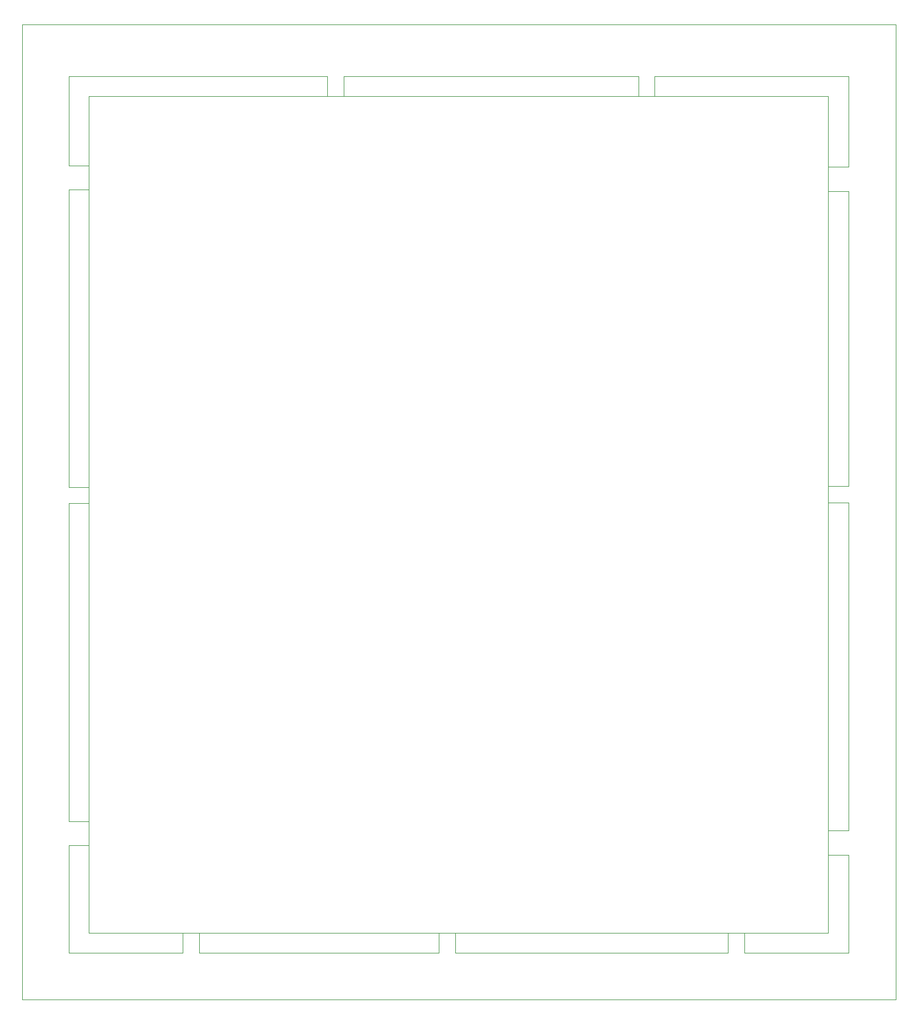
<source format=gbr>
G04 (created by PCBNEW (2013-07-07 BZR 4022)-stable) date 10/02/2015 04:29:17*
%MOIN*%
G04 Gerber Fmt 3.4, Leading zero omitted, Abs format*
%FSLAX34Y34*%
G01*
G70*
G90*
G04 APERTURE LIST*
%ADD10C,0.00590551*%
%ADD11C,0.00393701*%
G04 APERTURE END LIST*
G54D10*
G54D11*
X102992Y-33543D02*
X114330Y-33543D01*
X102047Y-33543D02*
X84763Y-33543D01*
X117125Y-30511D02*
X65944Y-30511D01*
X117125Y-87598D02*
X117125Y-30511D01*
X65944Y-87598D02*
X117125Y-87598D01*
X65944Y-30511D02*
X65944Y-87598D01*
X84763Y-34724D02*
X83818Y-34724D01*
X84763Y-33543D02*
X84763Y-34724D01*
X102047Y-34724D02*
X102047Y-33543D01*
X102992Y-34724D02*
X102047Y-34724D01*
X102992Y-33543D02*
X102992Y-34724D01*
X114330Y-38858D02*
X114330Y-33543D01*
X113149Y-38858D02*
X114330Y-38858D01*
X113149Y-40275D02*
X113149Y-38858D01*
X114330Y-40275D02*
X113149Y-40275D01*
X114330Y-57559D02*
X114330Y-40275D01*
X113149Y-57559D02*
X114330Y-57559D01*
X113149Y-58503D02*
X113149Y-57559D01*
X114330Y-58503D02*
X113149Y-58503D01*
X114330Y-77716D02*
X114330Y-58503D01*
X113149Y-77716D02*
X114330Y-77716D01*
X113149Y-79133D02*
X113149Y-77716D01*
X114330Y-79133D02*
X113149Y-79133D01*
X114330Y-84881D02*
X114330Y-79133D01*
X108228Y-84881D02*
X114330Y-84881D01*
X108228Y-83700D02*
X108228Y-84881D01*
X107283Y-83700D02*
X108228Y-83700D01*
X107283Y-84881D02*
X107283Y-83700D01*
X91299Y-84881D02*
X107283Y-84881D01*
X91299Y-83700D02*
X91299Y-84881D01*
X90354Y-83700D02*
X91299Y-83700D01*
X90354Y-84881D02*
X90354Y-83700D01*
X76299Y-84881D02*
X90354Y-84881D01*
X76299Y-83700D02*
X76299Y-84881D01*
X75354Y-83700D02*
X76299Y-83700D01*
X75354Y-84881D02*
X75354Y-83700D01*
X68661Y-84881D02*
X75354Y-84881D01*
X68661Y-78582D02*
X68661Y-84881D01*
X69842Y-78582D02*
X68661Y-78582D01*
X69842Y-77165D02*
X69842Y-78582D01*
X68661Y-77165D02*
X69842Y-77165D01*
X68661Y-58543D02*
X68661Y-77165D01*
X69842Y-58543D02*
X68661Y-58543D01*
X69842Y-57598D02*
X69842Y-58543D01*
X68661Y-57598D02*
X69842Y-57598D01*
X68661Y-40196D02*
X68661Y-57598D01*
X69842Y-40196D02*
X68661Y-40196D01*
X69842Y-38779D02*
X69842Y-40196D01*
X68661Y-38779D02*
X69842Y-38779D01*
X68661Y-33543D02*
X68661Y-38779D01*
X83818Y-33543D02*
X68661Y-33543D01*
X83818Y-34724D02*
X83818Y-33543D01*
X69842Y-83700D02*
X69842Y-80157D01*
X113149Y-83700D02*
X69842Y-83700D01*
X113149Y-80118D02*
X113149Y-83700D01*
X69842Y-34724D02*
X69842Y-80157D01*
X113149Y-34724D02*
X69842Y-34724D01*
X113149Y-39370D02*
X113149Y-34724D01*
X113149Y-72047D02*
X113149Y-39370D01*
X113149Y-80157D02*
X113149Y-72047D01*
M02*

</source>
